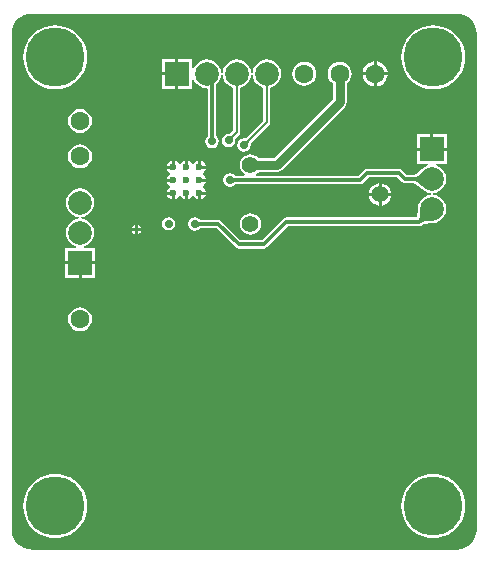
<source format=gbl>
G04 Layer_Physical_Order=2*
G04 Layer_Color=16711680*
%FSLAX44Y44*%
%MOMM*%
G71*
G01*
G75*
%ADD17C,0.7500*%
%ADD18C,0.2000*%
%ADD22R,2.0000X2.0000*%
%ADD23C,2.0000*%
%ADD24R,2.0000X2.0000*%
%ADD25C,1.6000*%
%ADD26C,1.4000*%
%ADD27C,5.0000*%
%ADD28C,0.7000*%
%ADD29C,0.6000*%
%ADD30C,0.3000*%
G36*
X20000Y456890D02*
X380000D01*
X380048Y456900D01*
X383298Y456580D01*
X386469Y455618D01*
X389392Y454055D01*
X391953Y451953D01*
X394055Y449392D01*
X395618Y446469D01*
X396580Y443298D01*
X396900Y440048D01*
X396890Y440000D01*
Y20000D01*
X396900Y19952D01*
X396580Y16702D01*
X395618Y13531D01*
X394055Y10608D01*
X391953Y8047D01*
X389392Y5944D01*
X386469Y4382D01*
X383298Y3420D01*
X380048Y3100D01*
X380000Y3110D01*
X20000D01*
X20000Y3110D01*
Y3110D01*
X18756Y3218D01*
X16702Y3420D01*
X13531Y4382D01*
X10608Y5944D01*
X8047Y8047D01*
X5944Y10608D01*
X4382Y13531D01*
X3420Y16702D01*
X3100Y19952D01*
X3110Y20000D01*
Y440000D01*
X3110Y440000D01*
X3110D01*
X3218Y441244D01*
X3420Y443298D01*
X4382Y446469D01*
X5944Y449392D01*
X8047Y451953D01*
X10608Y454055D01*
X13531Y455618D01*
X16702Y456580D01*
X19952Y456900D01*
X20000Y456890D01*
D02*
G37*
%LPC*%
G36*
X316520Y313205D02*
Y305020D01*
X324705D01*
X324544Y306240D01*
X323583Y308561D01*
X322054Y310554D01*
X320061Y312083D01*
X317740Y313044D01*
X316520Y313205D01*
D02*
G37*
G36*
X313980Y313205D02*
X312760Y313044D01*
X310439Y312083D01*
X308446Y310554D01*
X306917Y308561D01*
X305956Y306240D01*
X305795Y305020D01*
X313980D01*
Y313205D01*
D02*
G37*
G36*
X138730Y303730D02*
X134604D01*
X134782Y302838D01*
X136006Y301006D01*
X137838Y299781D01*
X138730Y299604D01*
Y303730D01*
D02*
G37*
G36*
X167396D02*
X163270D01*
Y299604D01*
X164162Y299781D01*
X165994Y301006D01*
X167219Y302838D01*
X167396Y303730D01*
D02*
G37*
G36*
X73540Y244730D02*
X62270D01*
Y233460D01*
X73540D01*
Y244730D01*
D02*
G37*
G36*
X138730Y332396D02*
X137838Y332219D01*
X136006Y330994D01*
X134782Y329162D01*
X134604Y328270D01*
X138730D01*
Y332396D01*
D02*
G37*
G36*
X163270D02*
Y328270D01*
X167396D01*
X167219Y329162D01*
X165994Y330994D01*
X164162Y332219D01*
X163270Y332396D01*
D02*
G37*
G36*
X59730Y244730D02*
X48460D01*
Y233460D01*
X59730D01*
Y244730D01*
D02*
G37*
G36*
X61000Y346137D02*
X58376Y345791D01*
X55932Y344779D01*
X53832Y343168D01*
X52221Y341068D01*
X51209Y338624D01*
X50863Y336000D01*
X51209Y333376D01*
X52221Y330932D01*
X53832Y328832D01*
X55932Y327221D01*
X58376Y326209D01*
X61000Y325863D01*
X63624Y326209D01*
X66068Y327221D01*
X68168Y328832D01*
X69779Y330932D01*
X70791Y333376D01*
X71137Y336000D01*
X70791Y338624D01*
X69779Y341068D01*
X68168Y343168D01*
X66068Y344779D01*
X63624Y345791D01*
X61000Y346137D01*
D02*
G37*
G36*
X136000Y284659D02*
X133834Y284228D01*
X131999Y283001D01*
X130772Y281166D01*
X130341Y279000D01*
X130772Y276835D01*
X131999Y274999D01*
X133834Y273772D01*
X136000Y273341D01*
X138166Y273772D01*
X140001Y274999D01*
X141228Y276835D01*
X141659Y279000D01*
X141228Y281166D01*
X140001Y283001D01*
X138166Y284228D01*
X136000Y284659D01*
D02*
G37*
G36*
X107230Y277617D02*
X106924Y277556D01*
X105587Y276663D01*
X104694Y275326D01*
X104634Y275020D01*
X107230D01*
Y277617D01*
D02*
G37*
G36*
Y272480D02*
X104634D01*
X104694Y272174D01*
X105587Y270837D01*
X106924Y269944D01*
X107230Y269883D01*
Y272480D01*
D02*
G37*
G36*
X112367D02*
X109770D01*
Y269883D01*
X110076Y269944D01*
X111413Y270837D01*
X112306Y272174D01*
X112367Y272480D01*
D02*
G37*
G36*
X109770Y277617D02*
Y275020D01*
X112367D01*
X112306Y275326D01*
X111413Y276663D01*
X110076Y277556D01*
X109770Y277617D01*
D02*
G37*
G36*
X324705Y302480D02*
X316520D01*
Y294295D01*
X317740Y294456D01*
X320061Y295417D01*
X322054Y296946D01*
X323583Y298939D01*
X324544Y301259D01*
X324705Y302480D01*
D02*
G37*
G36*
X313980D02*
X305795D01*
X305956Y301259D01*
X306917Y298939D01*
X308446Y296946D01*
X310439Y295417D01*
X312760Y294456D01*
X313980Y294295D01*
Y302480D01*
D02*
G37*
G36*
X205250Y287878D02*
X202887Y287567D01*
X200686Y286655D01*
X198796Y285205D01*
X197345Y283314D01*
X196433Y281112D01*
X196122Y278750D01*
X196433Y276388D01*
X197345Y274186D01*
X198796Y272295D01*
X200686Y270845D01*
X202887Y269933D01*
X205250Y269622D01*
X207613Y269933D01*
X209814Y270845D01*
X211705Y272295D01*
X213155Y274186D01*
X214067Y276388D01*
X214378Y278750D01*
X214067Y281112D01*
X213155Y283314D01*
X211705Y285205D01*
X209814Y286655D01*
X207613Y287567D01*
X205250Y287878D01*
D02*
G37*
G36*
X61000Y308954D02*
X57854Y308540D01*
X54923Y307326D01*
X52406Y305394D01*
X50474Y302877D01*
X49260Y299946D01*
X48846Y296800D01*
X49260Y293654D01*
X50474Y290723D01*
X52406Y288206D01*
X54923Y286274D01*
X57854Y285060D01*
X60282Y284741D01*
Y283459D01*
X57854Y283140D01*
X54923Y281926D01*
X52406Y279994D01*
X50474Y277477D01*
X49260Y274546D01*
X48846Y271400D01*
X49260Y268254D01*
X50474Y265323D01*
X52406Y262806D01*
X54923Y260874D01*
X57492Y259810D01*
X57240Y258540D01*
X48460D01*
Y247270D01*
X61000D01*
X73540D01*
Y258540D01*
X64760D01*
X64507Y259810D01*
X67077Y260874D01*
X69594Y262806D01*
X71526Y265323D01*
X72740Y268254D01*
X73154Y271400D01*
X72740Y274546D01*
X71526Y277477D01*
X69594Y279994D01*
X67077Y281926D01*
X64146Y283140D01*
X61718Y283459D01*
Y284741D01*
X64146Y285060D01*
X67077Y286274D01*
X69594Y288206D01*
X71526Y290723D01*
X72740Y293654D01*
X73154Y296800D01*
X72740Y299946D01*
X71526Y302877D01*
X69594Y305394D01*
X67077Y307326D01*
X64146Y308540D01*
X61000Y308954D01*
D02*
G37*
G36*
X141630Y404730D02*
X130360D01*
Y393460D01*
X141630D01*
Y404730D01*
D02*
G37*
G36*
X309730D02*
X300536D01*
X300731Y403248D01*
X301793Y400685D01*
X303483Y398483D01*
X305685Y396793D01*
X308249Y395731D01*
X309730Y395536D01*
Y404730D01*
D02*
G37*
G36*
X40000Y447134D02*
X35755Y446800D01*
X31615Y445806D01*
X27682Y444176D01*
X24051Y441952D01*
X20814Y439186D01*
X18048Y435949D01*
X15824Y432318D01*
X14194Y428385D01*
X13200Y424245D01*
X12866Y420000D01*
X13200Y415755D01*
X14194Y411615D01*
X15824Y407682D01*
X18048Y404051D01*
X20814Y400814D01*
X24051Y398048D01*
X27682Y395824D01*
X31615Y394194D01*
X35755Y393200D01*
X40000Y392866D01*
X44245Y393200D01*
X48385Y394194D01*
X52318Y395824D01*
X55949Y398048D01*
X59186Y400814D01*
X61952Y404051D01*
X64176Y407682D01*
X65806Y411615D01*
X66800Y415755D01*
X67134Y420000D01*
X66800Y424245D01*
X65806Y428385D01*
X64176Y432318D01*
X61952Y435949D01*
X59186Y439186D01*
X55949Y441952D01*
X52318Y444176D01*
X48385Y445806D01*
X44245Y446800D01*
X40000Y447134D01*
D02*
G37*
G36*
X360000D02*
X355755Y446800D01*
X351615Y445806D01*
X347682Y444176D01*
X344051Y441952D01*
X340814Y439186D01*
X338048Y435949D01*
X335824Y432318D01*
X334194Y428385D01*
X333200Y424245D01*
X332866Y420000D01*
X333200Y415755D01*
X334194Y411615D01*
X335824Y407682D01*
X338048Y404051D01*
X340814Y400814D01*
X344051Y398048D01*
X347682Y395824D01*
X351615Y394194D01*
X355755Y393200D01*
X360000Y392866D01*
X364245Y393200D01*
X368385Y394194D01*
X372318Y395824D01*
X375949Y398048D01*
X379186Y400814D01*
X381952Y404051D01*
X384176Y407682D01*
X385806Y411615D01*
X386800Y415755D01*
X387134Y420000D01*
X386800Y424245D01*
X385806Y428385D01*
X384176Y432318D01*
X381952Y435949D01*
X379186Y439186D01*
X375949Y441952D01*
X372318Y444176D01*
X368385Y445806D01*
X364245Y446800D01*
X360000Y447134D01*
D02*
G37*
G36*
X321464Y404730D02*
X312270D01*
Y395536D01*
X313752Y395731D01*
X316315Y396793D01*
X318517Y398483D01*
X320207Y400685D01*
X321269Y403248D01*
X321464Y404730D01*
D02*
G37*
G36*
X141630Y418540D02*
X130360D01*
Y407270D01*
X141630D01*
Y418540D01*
D02*
G37*
G36*
X312270Y416464D02*
Y407270D01*
X321464D01*
X321269Y408751D01*
X320207Y411315D01*
X318517Y413517D01*
X316315Y415207D01*
X313752Y416269D01*
X312270Y416464D01*
D02*
G37*
G36*
X251000Y416137D02*
X248377Y415791D01*
X245932Y414779D01*
X243832Y413168D01*
X242221Y411068D01*
X241209Y408624D01*
X240863Y406000D01*
X241209Y403376D01*
X242221Y400932D01*
X243832Y398832D01*
X245932Y397221D01*
X248377Y396209D01*
X251000Y395863D01*
X253624Y396209D01*
X256068Y397221D01*
X258168Y398832D01*
X259779Y400932D01*
X260791Y403376D01*
X261137Y406000D01*
X260791Y408624D01*
X259779Y411068D01*
X258168Y413168D01*
X256068Y414779D01*
X253624Y415791D01*
X251000Y416137D01*
D02*
G37*
G36*
X309730Y416464D02*
X308249Y416269D01*
X305685Y415207D01*
X303483Y413517D01*
X301793Y411315D01*
X300731Y408751D01*
X300536Y407270D01*
X309730D01*
Y416464D01*
D02*
G37*
G36*
X357730Y354790D02*
X346460D01*
Y343520D01*
X357730D01*
Y354790D01*
D02*
G37*
G36*
X371540D02*
X360270D01*
Y343520D01*
X371540D01*
Y354790D01*
D02*
G37*
G36*
X160730Y332396D02*
X159838Y332219D01*
X158006Y330994D01*
X157264Y329883D01*
X155736D01*
X154994Y330994D01*
X153162Y332219D01*
X152270Y332396D01*
Y327000D01*
X149730D01*
Y332396D01*
X148838Y332219D01*
X147006Y330994D01*
X146264Y329883D01*
X144736D01*
X143994Y330994D01*
X142162Y332219D01*
X141270Y332396D01*
Y327000D01*
X140000D01*
Y325730D01*
X134604D01*
X134782Y324838D01*
X136006Y323006D01*
X137117Y322264D01*
Y320736D01*
X136006Y319994D01*
X134782Y318162D01*
X134604Y317270D01*
X140000D01*
Y314730D01*
X134604D01*
X134782Y313838D01*
X136006Y312006D01*
X137117Y311264D01*
Y309736D01*
X136006Y308994D01*
X134782Y307162D01*
X134604Y306270D01*
X140000D01*
Y305000D01*
X141270D01*
Y299604D01*
X142162Y299781D01*
X143994Y301006D01*
X144736Y302117D01*
X146264D01*
X147006Y301006D01*
X148838Y299781D01*
X149730Y299604D01*
Y305000D01*
X152270D01*
Y299604D01*
X153162Y299781D01*
X154994Y301006D01*
X155736Y302117D01*
X157264D01*
X158006Y301006D01*
X159838Y299781D01*
X160730Y299604D01*
Y305000D01*
X162000D01*
Y306270D01*
X167396D01*
X167219Y307162D01*
X165994Y308994D01*
X164883Y309736D01*
Y311264D01*
X165994Y312006D01*
X167219Y313838D01*
X167396Y314730D01*
X162000D01*
Y317270D01*
X167396D01*
X167219Y318162D01*
X165994Y319994D01*
X164883Y320736D01*
Y322264D01*
X165994Y323006D01*
X167219Y324838D01*
X167396Y325730D01*
X162000D01*
Y327000D01*
X160730D01*
Y332396D01*
D02*
G37*
G36*
X281000Y416137D02*
X278377Y415791D01*
X275932Y414779D01*
X273832Y413168D01*
X272221Y411068D01*
X271209Y408624D01*
X270863Y406000D01*
X271209Y403376D01*
X272221Y400932D01*
X273832Y398832D01*
X275086Y397870D01*
Y384450D01*
X225301Y334664D01*
X212120D01*
X211705Y335205D01*
X209814Y336655D01*
X207613Y337567D01*
X205250Y337878D01*
X202887Y337567D01*
X200686Y336655D01*
X198796Y335205D01*
X197345Y333314D01*
X196433Y331113D01*
X196122Y328750D01*
X196433Y326387D01*
X197345Y324186D01*
X198796Y322295D01*
X200628Y320890D01*
X200638Y320760D01*
X200163Y319620D01*
X192778D01*
X192621Y319643D01*
X192466Y319677D01*
X192338Y319715D01*
X192235Y319755D01*
X192154Y319796D01*
X192129Y319811D01*
X192001Y320001D01*
X190166Y321228D01*
X188000Y321659D01*
X185835Y321228D01*
X183999Y320001D01*
X182772Y318165D01*
X182341Y316000D01*
X182772Y313834D01*
X183999Y311999D01*
X185835Y310772D01*
X188000Y310341D01*
X190166Y310772D01*
X192001Y311999D01*
X192129Y312189D01*
X192154Y312204D01*
X192235Y312245D01*
X192338Y312285D01*
X192466Y312323D01*
X192621Y312357D01*
X192778Y312381D01*
X298000D01*
X299385Y312656D01*
X300559Y313441D01*
X305499Y318380D01*
X329751D01*
X333841Y314291D01*
X335015Y313506D01*
X336400Y313230D01*
X343400D01*
X343490Y313223D01*
X343954Y313119D01*
X344510Y312921D01*
X345150Y312618D01*
X345866Y312203D01*
X346651Y311672D01*
X347479Y311039D01*
X349374Y309367D01*
X350117Y308633D01*
X350406Y308256D01*
X352923Y306324D01*
X355854Y305110D01*
X358282Y304790D01*
Y303510D01*
X355854Y303190D01*
X352923Y301976D01*
X350406Y300044D01*
X348474Y297527D01*
X347260Y294596D01*
X346846Y291450D01*
X346909Y290969D01*
X346907Y289903D01*
X346867Y288624D01*
X346679Y286375D01*
X346543Y285498D01*
X346378Y284743D01*
X346266Y284370D01*
X235750D01*
X234365Y284094D01*
X233191Y283309D01*
X215001Y265120D01*
X196749D01*
X180559Y281309D01*
X179385Y282094D01*
X178000Y282369D01*
X163027D01*
X162871Y282393D01*
X162716Y282427D01*
X162588Y282465D01*
X162485Y282505D01*
X162404Y282546D01*
X162379Y282561D01*
X162251Y282751D01*
X160415Y283978D01*
X158250Y284409D01*
X156084Y283978D01*
X154249Y282751D01*
X153022Y280916D01*
X152591Y278750D01*
X153022Y276584D01*
X154249Y274749D01*
X156084Y273522D01*
X158250Y273091D01*
X160415Y273522D01*
X162251Y274749D01*
X162379Y274939D01*
X162404Y274954D01*
X162485Y274995D01*
X162588Y275035D01*
X162715Y275073D01*
X162871Y275107D01*
X163027Y275130D01*
X176501D01*
X192691Y258941D01*
X193865Y258156D01*
X195250Y257880D01*
X216500D01*
X217885Y258156D01*
X219059Y258941D01*
X237249Y277131D01*
X348300D01*
X349685Y277406D01*
X350669Y278063D01*
X350684Y278071D01*
X350697Y278082D01*
X350859Y278191D01*
X350982Y278313D01*
X351250Y278466D01*
X351691Y278648D01*
X352293Y278828D01*
X353048Y278993D01*
X353905Y279126D01*
X357488Y279357D01*
X358519Y279359D01*
X359000Y279296D01*
X362146Y279710D01*
X365077Y280924D01*
X367594Y282856D01*
X369526Y285373D01*
X370740Y288304D01*
X371154Y291450D01*
X370740Y294596D01*
X369526Y297527D01*
X367594Y300044D01*
X365077Y301976D01*
X362146Y303190D01*
X359718Y303510D01*
Y304790D01*
X362146Y305110D01*
X365077Y306324D01*
X367594Y308256D01*
X369526Y310773D01*
X370740Y313704D01*
X371154Y316850D01*
X370740Y319996D01*
X369526Y322927D01*
X367594Y325444D01*
X365077Y327376D01*
X362508Y328440D01*
X362760Y329710D01*
X371540D01*
Y340980D01*
X359000D01*
X346460D01*
Y329710D01*
X355240D01*
X355493Y328440D01*
X352923Y327376D01*
X350406Y325444D01*
X350117Y325067D01*
X349373Y324333D01*
X347479Y322661D01*
X346651Y322028D01*
X345866Y321497D01*
X345150Y321082D01*
X344510Y320779D01*
X343954Y320581D01*
X343490Y320477D01*
X343400Y320470D01*
X337899D01*
X333809Y324559D01*
X332635Y325344D01*
X331250Y325620D01*
X304000D01*
X302615Y325344D01*
X301441Y324559D01*
X296501Y319620D01*
X210337D01*
X209862Y320760D01*
X209872Y320890D01*
X211705Y322295D01*
X212120Y322836D01*
X227750D01*
X230013Y323287D01*
X231932Y324568D01*
X285182Y377818D01*
X286464Y379737D01*
X286914Y382000D01*
Y397870D01*
X288168Y398832D01*
X289779Y400932D01*
X290791Y403376D01*
X291137Y406000D01*
X290791Y408624D01*
X289779Y411068D01*
X288168Y413168D01*
X286068Y414779D01*
X283624Y415791D01*
X281000Y416137D01*
D02*
G37*
G36*
X61000Y208136D02*
X58376Y207791D01*
X55932Y206778D01*
X53832Y205167D01*
X52221Y203068D01*
X51209Y200623D01*
X50863Y198000D01*
X51209Y195376D01*
X52221Y192931D01*
X53832Y190832D01*
X55932Y189221D01*
X58376Y188208D01*
X61000Y187863D01*
X63624Y188208D01*
X66068Y189221D01*
X68168Y190832D01*
X69779Y192931D01*
X70791Y195376D01*
X71137Y198000D01*
X70791Y200623D01*
X69779Y203068D01*
X68168Y205167D01*
X66068Y206778D01*
X63624Y207791D01*
X61000Y208136D01*
D02*
G37*
G36*
X40000Y67134D02*
X35755Y66800D01*
X31615Y65806D01*
X27682Y64176D01*
X24051Y61952D01*
X20814Y59186D01*
X18048Y55949D01*
X15824Y52318D01*
X14194Y48385D01*
X13200Y44245D01*
X12866Y40000D01*
X13200Y35755D01*
X14194Y31615D01*
X15824Y27682D01*
X18048Y24051D01*
X20814Y20814D01*
X24051Y18048D01*
X27682Y15824D01*
X31615Y14194D01*
X35755Y13200D01*
X40000Y12866D01*
X44245Y13200D01*
X48385Y14194D01*
X52318Y15824D01*
X55949Y18048D01*
X59186Y20814D01*
X61952Y24051D01*
X64176Y27682D01*
X65806Y31615D01*
X66800Y35755D01*
X67134Y40000D01*
X66800Y44245D01*
X65806Y48385D01*
X64176Y52318D01*
X61952Y55949D01*
X59186Y59186D01*
X55949Y61952D01*
X52318Y64176D01*
X48385Y65806D01*
X44245Y66800D01*
X40000Y67134D01*
D02*
G37*
G36*
X61000Y376137D02*
X58376Y375791D01*
X55932Y374779D01*
X53832Y373168D01*
X52221Y371068D01*
X51209Y368624D01*
X50863Y366000D01*
X51209Y363376D01*
X52221Y360932D01*
X53832Y358832D01*
X55932Y357221D01*
X58376Y356209D01*
X61000Y355863D01*
X63624Y356209D01*
X66068Y357221D01*
X68168Y358832D01*
X69779Y360932D01*
X70791Y363376D01*
X71137Y366000D01*
X70791Y368624D01*
X69779Y371068D01*
X68168Y373168D01*
X66068Y374779D01*
X63624Y375791D01*
X61000Y376137D01*
D02*
G37*
G36*
X360000Y67134D02*
X355755Y66800D01*
X351615Y65806D01*
X347682Y64176D01*
X344051Y61952D01*
X340814Y59186D01*
X338048Y55949D01*
X335824Y52318D01*
X334194Y48385D01*
X333200Y44245D01*
X332866Y40000D01*
X333200Y35755D01*
X334194Y31615D01*
X335824Y27682D01*
X338048Y24051D01*
X340814Y20814D01*
X344051Y18048D01*
X347682Y15824D01*
X351615Y14194D01*
X355755Y13200D01*
X360000Y12866D01*
X364245Y13200D01*
X368385Y14194D01*
X372318Y15824D01*
X375949Y18048D01*
X379186Y20814D01*
X381952Y24051D01*
X384176Y27682D01*
X385806Y31615D01*
X386800Y35755D01*
X387134Y40000D01*
X386800Y44245D01*
X385806Y48385D01*
X384176Y52318D01*
X381952Y55949D01*
X379186Y59186D01*
X375949Y61952D01*
X372318Y64176D01*
X368385Y65806D01*
X364245Y66800D01*
X360000Y67134D01*
D02*
G37*
G36*
X155440Y418540D02*
X144170D01*
Y406000D01*
Y393460D01*
X155440D01*
Y402240D01*
X156710Y402492D01*
X157774Y399923D01*
X159706Y397406D01*
X162223Y395474D01*
X165154Y394260D01*
X168300Y393846D01*
X169130Y393118D01*
Y353527D01*
X169107Y353372D01*
X169073Y353216D01*
X169035Y353088D01*
X168995Y352985D01*
X168954Y352904D01*
X168939Y352878D01*
X168749Y352751D01*
X167522Y350915D01*
X167091Y348750D01*
X167522Y346585D01*
X168749Y344749D01*
X170585Y343522D01*
X172750Y343091D01*
X174916Y343522D01*
X176751Y344749D01*
X177978Y346585D01*
X178409Y348750D01*
X177978Y350915D01*
X176751Y352751D01*
X176561Y352878D01*
X176546Y352904D01*
X176505Y352985D01*
X176465Y353088D01*
X176427Y353215D01*
X176393Y353372D01*
X176369Y353527D01*
Y397003D01*
X176894Y397406D01*
X178826Y399923D01*
X180040Y402854D01*
X180359Y405282D01*
X181640D01*
X181960Y402854D01*
X183174Y399923D01*
X185106Y397406D01*
X187623Y395474D01*
X190554Y394260D01*
X190590Y394255D01*
Y357738D01*
X188272Y355420D01*
X188253Y355406D01*
X188154Y355345D01*
X188038Y355288D01*
X187901Y355235D01*
X187739Y355187D01*
X187550Y355146D01*
X187332Y355115D01*
X187083Y355096D01*
X187069Y355095D01*
X186750Y355159D01*
X184585Y354728D01*
X182749Y353501D01*
X181522Y351665D01*
X181091Y349500D01*
X181522Y347335D01*
X182749Y345499D01*
X184585Y344272D01*
X186750Y343841D01*
X188916Y344272D01*
X190751Y345499D01*
X191978Y347335D01*
X192409Y349500D01*
X192345Y349819D01*
X192346Y349833D01*
X192365Y350081D01*
X192396Y350300D01*
X192437Y350489D01*
X192485Y350651D01*
X192538Y350788D01*
X192595Y350904D01*
X192656Y351003D01*
X192670Y351022D01*
X195899Y354251D01*
X196573Y355260D01*
X196810Y356450D01*
Y394255D01*
X196846Y394260D01*
X199777Y395474D01*
X202294Y397406D01*
X204226Y399923D01*
X205440Y402854D01*
X205760Y405282D01*
X207041D01*
X207360Y402854D01*
X208574Y399923D01*
X210506Y397406D01*
X213023Y395474D01*
X215954Y394260D01*
X215990Y394255D01*
Y366138D01*
X201272Y351420D01*
X201253Y351406D01*
X201154Y351345D01*
X201038Y351288D01*
X200901Y351235D01*
X200739Y351187D01*
X200550Y351146D01*
X200331Y351115D01*
X200083Y351096D01*
X200069Y351095D01*
X199750Y351159D01*
X197584Y350728D01*
X195749Y349501D01*
X194522Y347665D01*
X194091Y345500D01*
X194522Y343335D01*
X195749Y341499D01*
X197584Y340272D01*
X199750Y339841D01*
X201915Y340272D01*
X203751Y341499D01*
X204978Y343335D01*
X205409Y345500D01*
X205345Y345819D01*
X205346Y345833D01*
X205365Y346082D01*
X205396Y346300D01*
X205437Y346489D01*
X205485Y346651D01*
X205538Y346788D01*
X205595Y346904D01*
X205656Y347003D01*
X205670Y347022D01*
X221299Y362651D01*
X221973Y363660D01*
X222210Y364850D01*
Y394255D01*
X222246Y394260D01*
X225177Y395474D01*
X227694Y397406D01*
X229626Y399923D01*
X230840Y402854D01*
X231254Y406000D01*
X230840Y409146D01*
X229626Y412077D01*
X227694Y414594D01*
X225177Y416526D01*
X222246Y417740D01*
X219100Y418154D01*
X215954Y417740D01*
X213023Y416526D01*
X210506Y414594D01*
X208574Y412077D01*
X207360Y409146D01*
X207041Y406718D01*
X205760D01*
X205440Y409146D01*
X204226Y412077D01*
X202294Y414594D01*
X199777Y416526D01*
X196846Y417740D01*
X193700Y418154D01*
X190554Y417740D01*
X187623Y416526D01*
X185106Y414594D01*
X183174Y412077D01*
X181960Y409146D01*
X181640Y406718D01*
X180359D01*
X180040Y409146D01*
X178826Y412077D01*
X176894Y414594D01*
X174377Y416526D01*
X171446Y417740D01*
X168300Y418154D01*
X165154Y417740D01*
X162223Y416526D01*
X159706Y414594D01*
X157774Y412077D01*
X156710Y409507D01*
X155440Y409760D01*
Y418540D01*
D02*
G37*
%LPD*%
G36*
X358900Y281451D02*
X357418Y281447D01*
X353677Y281206D01*
X352665Y281049D01*
X351769Y280853D01*
X350991Y280620D01*
X350331Y280348D01*
X349787Y280038D01*
X349361Y279689D01*
X347239Y281811D01*
X347588Y282237D01*
X347898Y282780D01*
X348170Y283441D01*
X348403Y284219D01*
X348599Y285115D01*
X348756Y286127D01*
X348955Y288504D01*
X348997Y289868D01*
X349001Y291350D01*
X358900Y281451D01*
D02*
G37*
G36*
X160945Y281019D02*
X161158Y280858D01*
X161389Y280716D01*
X161639Y280592D01*
X161906Y280487D01*
X162191Y280402D01*
X162494Y280336D01*
X162816Y280288D01*
X163155Y280259D01*
X163512Y280250D01*
Y277250D01*
X163155Y277241D01*
X162816Y277212D01*
X162494Y277164D01*
X162191Y277098D01*
X161906Y277013D01*
X161639Y276908D01*
X161389Y276784D01*
X161158Y276642D01*
X160945Y276481D01*
X160749Y276300D01*
Y281200D01*
X160945Y281019D01*
D02*
G37*
G36*
X190695Y318270D02*
X190908Y318108D01*
X191139Y317966D01*
X191388Y317842D01*
X191656Y317738D01*
X191941Y317652D01*
X192244Y317586D01*
X192566Y317538D01*
X192905Y317509D01*
X193262Y317500D01*
Y314500D01*
X192905Y314491D01*
X192566Y314462D01*
X192244Y314415D01*
X191941Y314348D01*
X191656Y314263D01*
X191388Y314158D01*
X191139Y314035D01*
X190908Y313892D01*
X190695Y313731D01*
X190499Y313550D01*
Y318450D01*
X190695Y318270D01*
D02*
G37*
G36*
X351859Y309850D02*
X350801Y310895D01*
X348807Y312655D01*
X347872Y313370D01*
X346977Y313975D01*
X346123Y314470D01*
X345309Y314855D01*
X344536Y315130D01*
X343804Y315295D01*
X343113Y315350D01*
Y318350D01*
X343804Y318405D01*
X344536Y318570D01*
X345309Y318845D01*
X346123Y319230D01*
X346977Y319725D01*
X347872Y320330D01*
X348807Y321045D01*
X350801Y322805D01*
X351859Y323850D01*
Y309850D01*
D02*
G37*
G36*
X191314Y352649D02*
X191108Y352423D01*
X190924Y352178D01*
X190763Y351914D01*
X190623Y351631D01*
X190506Y351329D01*
X190410Y351008D01*
X190337Y350668D01*
X190286Y350309D01*
X190257Y349932D01*
X190250Y349535D01*
X186785Y353000D01*
X187182Y353007D01*
X187559Y353036D01*
X187918Y353087D01*
X188258Y353160D01*
X188579Y353256D01*
X188881Y353373D01*
X189164Y353513D01*
X189428Y353674D01*
X189673Y353858D01*
X189900Y354064D01*
X191314Y352649D01*
D02*
G37*
G36*
X204314Y348649D02*
X204108Y348423D01*
X203924Y348178D01*
X203763Y347914D01*
X203623Y347631D01*
X203506Y347329D01*
X203410Y347008D01*
X203337Y346668D01*
X203286Y346309D01*
X203257Y345932D01*
X203250Y345535D01*
X199785Y349000D01*
X200182Y349007D01*
X200559Y349036D01*
X200918Y349087D01*
X201258Y349160D01*
X201579Y349256D01*
X201881Y349373D01*
X202164Y349513D01*
X202428Y349674D01*
X202673Y349858D01*
X202899Y350064D01*
X204314Y348649D01*
D02*
G37*
G36*
X194750Y404898D02*
X194739Y404798D01*
X194722Y404421D01*
X194700Y401882D01*
X192700D01*
X192639Y404940D01*
X194761D01*
X194750Y404898D01*
D02*
G37*
G36*
X174259Y353655D02*
X174288Y353316D01*
X174335Y352994D01*
X174402Y352691D01*
X174487Y352406D01*
X174592Y352138D01*
X174715Y351889D01*
X174858Y351658D01*
X175019Y351445D01*
X175200Y351250D01*
X170300D01*
X170480Y351445D01*
X170642Y351658D01*
X170784Y351889D01*
X170908Y352138D01*
X171012Y352406D01*
X171098Y352691D01*
X171164Y352994D01*
X171212Y353316D01*
X171241Y353655D01*
X171250Y354012D01*
X174250D01*
X174259Y353655D01*
D02*
G37*
D17*
X281000Y382000D02*
Y406000D01*
X205250Y328750D02*
X227750D01*
X281000Y382000D01*
D18*
X219100Y364850D02*
Y406000D01*
X199750Y345500D02*
X219100Y364850D01*
X193700Y356450D02*
Y406000D01*
X186750Y349500D02*
X193700Y356450D01*
D22*
X359000Y342250D02*
D03*
X61000Y246000D02*
D03*
D23*
X359000Y316850D02*
D03*
Y291450D02*
D03*
X61000Y296800D02*
D03*
Y271400D02*
D03*
X219100Y406000D02*
D03*
X168300D02*
D03*
X193700D02*
D03*
D24*
X142900D02*
D03*
D25*
X251000D02*
D03*
X61000Y198000D02*
D03*
Y336000D02*
D03*
X281000Y406000D02*
D03*
X61000Y366000D02*
D03*
X311000Y406000D02*
D03*
D26*
X205250Y278750D02*
D03*
Y328750D02*
D03*
X315250Y303750D02*
D03*
D27*
X40000Y420000D02*
D03*
X360000D02*
D03*
X40000Y40000D02*
D03*
X360000D02*
D03*
D28*
X188000Y316000D02*
D03*
X158250Y278750D02*
D03*
X186750Y349500D02*
D03*
X199750Y345500D02*
D03*
X172750Y348750D02*
D03*
X136000Y279000D02*
D03*
X10000Y20000D02*
D03*
Y80000D02*
D03*
X25000Y110000D02*
D03*
X10000Y140000D02*
D03*
X25000Y170000D02*
D03*
X10000Y200000D02*
D03*
X25000Y230000D02*
D03*
X10000Y260000D02*
D03*
X25000Y290000D02*
D03*
X10000Y320000D02*
D03*
X25000Y350000D02*
D03*
X10000Y380000D02*
D03*
Y440000D02*
D03*
X40000Y80000D02*
D03*
X55000Y110000D02*
D03*
X40000Y140000D02*
D03*
X55000Y170000D02*
D03*
X40000Y200000D02*
D03*
Y260000D02*
D03*
Y320000D02*
D03*
X55000Y350000D02*
D03*
X40000Y380000D02*
D03*
X70000Y20000D02*
D03*
X85000Y50000D02*
D03*
X70000Y80000D02*
D03*
X85000Y110000D02*
D03*
X70000Y140000D02*
D03*
X85000Y170000D02*
D03*
X70000Y380000D02*
D03*
Y440000D02*
D03*
X100000Y20000D02*
D03*
X115000Y50000D02*
D03*
X100000Y440000D02*
D03*
X130000Y20000D02*
D03*
X145000Y50000D02*
D03*
X130000Y80000D02*
D03*
X145000Y110000D02*
D03*
X130000Y140000D02*
D03*
X145000Y170000D02*
D03*
X130000Y200000D02*
D03*
X145000Y230000D02*
D03*
X130000Y380000D02*
D03*
Y440000D02*
D03*
X160000Y20000D02*
D03*
X175000Y50000D02*
D03*
X160000Y80000D02*
D03*
X175000Y110000D02*
D03*
X160000Y140000D02*
D03*
X175000Y170000D02*
D03*
X160000Y200000D02*
D03*
X175000Y230000D02*
D03*
Y290000D02*
D03*
X160000Y440000D02*
D03*
X190000Y20000D02*
D03*
X205000Y50000D02*
D03*
X190000Y80000D02*
D03*
X205000Y110000D02*
D03*
X190000Y140000D02*
D03*
X205000Y170000D02*
D03*
X190000Y200000D02*
D03*
X205000Y230000D02*
D03*
X190000Y440000D02*
D03*
X220000Y20000D02*
D03*
X235000Y50000D02*
D03*
X220000Y80000D02*
D03*
X235000Y110000D02*
D03*
X220000Y140000D02*
D03*
X235000Y170000D02*
D03*
X220000Y200000D02*
D03*
X235000Y230000D02*
D03*
Y290000D02*
D03*
Y410000D02*
D03*
X220000Y440000D02*
D03*
X250000Y20000D02*
D03*
X265000Y50000D02*
D03*
X250000Y80000D02*
D03*
X265000Y110000D02*
D03*
X250000Y140000D02*
D03*
X265000Y170000D02*
D03*
X250000Y200000D02*
D03*
X265000Y230000D02*
D03*
X250000Y260000D02*
D03*
X265000Y350000D02*
D03*
Y410000D02*
D03*
X250000Y440000D02*
D03*
X280000Y20000D02*
D03*
X295000Y50000D02*
D03*
X280000Y80000D02*
D03*
X295000Y110000D02*
D03*
X280000Y140000D02*
D03*
X295000Y170000D02*
D03*
X280000Y200000D02*
D03*
X295000Y230000D02*
D03*
X280000Y260000D02*
D03*
X295000Y350000D02*
D03*
Y410000D02*
D03*
X280000Y440000D02*
D03*
X310000Y20000D02*
D03*
X325000Y50000D02*
D03*
Y290000D02*
D03*
Y350000D02*
D03*
X310000Y380000D02*
D03*
X325000Y410000D02*
D03*
X310000Y440000D02*
D03*
X340000Y80000D02*
D03*
X355000Y110000D02*
D03*
X340000Y140000D02*
D03*
X355000Y170000D02*
D03*
X340000Y200000D02*
D03*
X355000Y230000D02*
D03*
X340000Y260000D02*
D03*
Y380000D02*
D03*
X370000Y80000D02*
D03*
X385000Y110000D02*
D03*
X370000Y140000D02*
D03*
X385000Y170000D02*
D03*
X370000Y200000D02*
D03*
X385000Y230000D02*
D03*
X370000Y260000D02*
D03*
X385000Y290000D02*
D03*
Y350000D02*
D03*
X370000Y380000D02*
D03*
D29*
X162000Y327000D02*
D03*
X151000D02*
D03*
X140000D02*
D03*
Y316000D02*
D03*
Y305000D02*
D03*
X151000D02*
D03*
X162000D02*
D03*
Y316000D02*
D03*
X151000D02*
D03*
D30*
X336400Y316850D02*
X359000D01*
X331250Y322000D02*
X336400Y316850D01*
X304000Y322000D02*
X331250D01*
X298000Y316000D02*
X304000Y322000D01*
X188000Y316000D02*
X298000D01*
X348300Y280750D02*
X359000Y291450D01*
X235750Y280750D02*
X348300D01*
X216500Y261500D02*
X235750Y280750D01*
X195250Y261500D02*
X216500D01*
X178000Y278750D02*
X195250Y261500D01*
X158250Y278750D02*
X178000D01*
X168300Y406000D02*
X172750Y401550D01*
Y348750D02*
Y401550D01*
X193700Y406000D02*
X194250Y405450D01*
M02*

</source>
